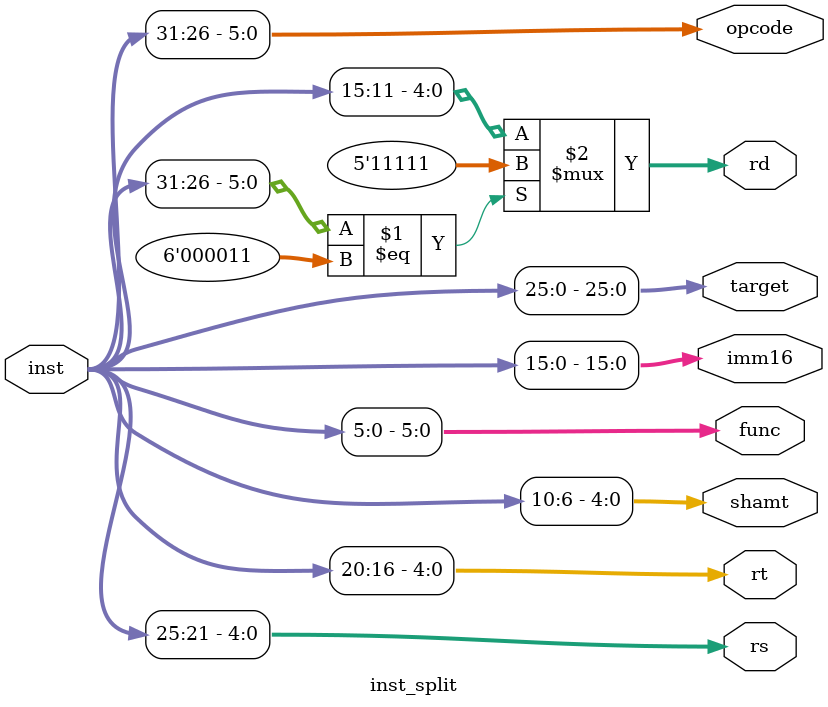
<source format=v>
`timescale 1ns / 1ps


module inst_split(
    input [31:0] inst,
    output [5:0] opcode,
    output [4:0] rs,
    output [4:0] rt,
    output [4:0] rd,
    output [4:0] shamt,
    output [5:0] func,
    output [15:0] imm16,
    output [25:0] target
    );
    
    assign opcode = inst[31:26];
    assign rs = inst[25:21];
    assign rt = inst[20:16];
    // IF INSTRUCTION IS JAL, ASSIGN RD = 31
    assign rd = (inst[31:26]==6'b000011) ? 5'b11111 : inst[15:11];
    assign shamt = inst[10:6];
    assign func = inst[5:0];
    assign imm16 = inst[15:0];
    assign target = inst[25:0];

endmodule
</source>
